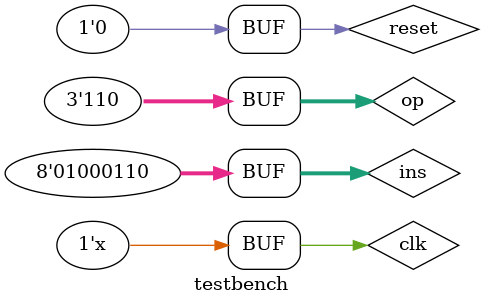
<source format=v>
`timescale 1ns / 1ps


module testbench(

    );
    reg clk, reset;
    reg [7:0] ins;
    reg [2:0] op;
    wire [6:0] seg;
    wire [7:0] ans;
    
    top dut (
        .clk(clk),
        .reset(reset),
        .ins(ins),
        .op(op),
        .seg(seg),
        .ans(ans)
    );
    
    initial begin
        clk = 0;
        reset = 1;
        ins = 8'b00000000;
        op = 3'b000;
        #10 reset = 0; 
        #50 begin ins = 8'b00000001;op = 3'b001; end;
        #50 ins = 8'b00000010;
        #50 ins = 8'b00000110;
        #50 begin ins = 8'b00000001;op = 3'b010; end;
        #50 ins = 8'b01000010;
        #50 ins = 8'b00000110;
        #50 begin ins = 8'b00000001;op = 3'b011; end;
        #50 ins = 8'b00000010;
        #50 ins = 8'b01000110;
        #50 begin ins = 8'b00000001;op = 3'b100; end;
        #50 ins = 8'b00010010;
        #50 ins = 8'b00000110;
        #50 begin ins = 8'b00000001;op = 3'b101; end;
        #50 ins = 8'b00000010;
        #50 ins = 8'b10000110;
        #50 begin ins = 8'b00000001;op = 3'b110; end;
        #50 ins = 8'b00100010;
        #50 ins = 8'b01000110;
    end
    
    always #5 clk <= ~clk;
    
endmodule

</source>
